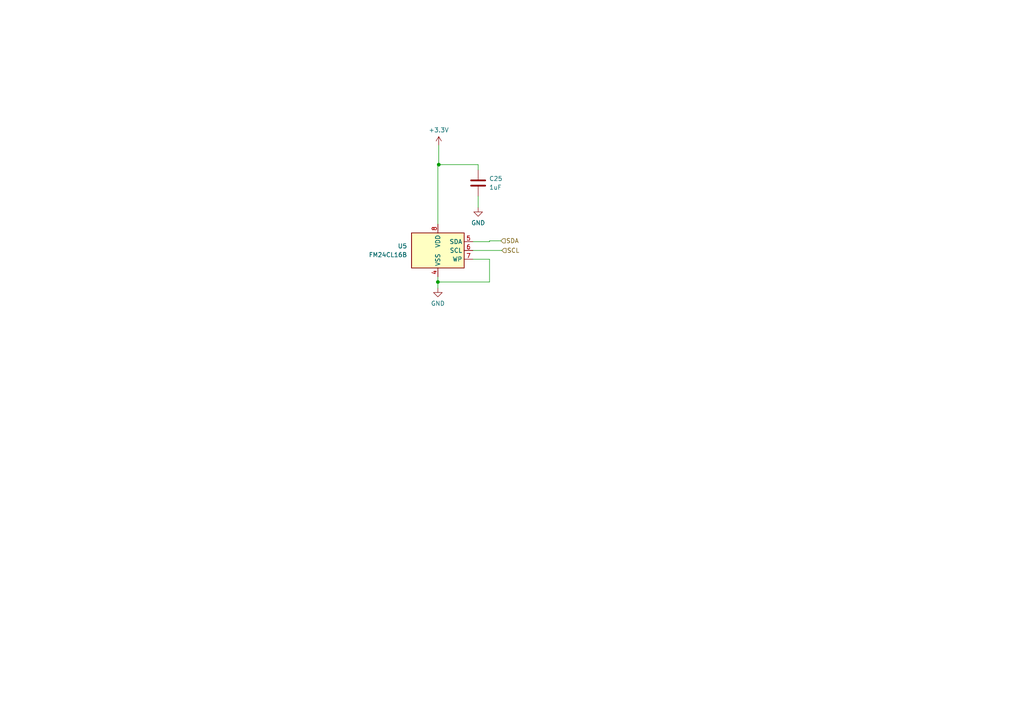
<source format=kicad_sch>
(kicad_sch (version 20230121) (generator eeschema)
  (paper "A4")
  (lib_symbols
    (symbol "Device:C" (pin_numbers hide) (pin_names (offset 0.254))
      (property "Reference" "C" (at 0.635 2.54 0))
      (property "Value" "C" (at 0.635 -2.54 0))
      (symbol "C_0_1"
        (polyline (pts (xy -2.032 -0.762) (xy 2.032 -0.762)) (stroke (width 0.508)))
        (polyline (pts (xy -2.032 0.762) (xy 2.032 0.762)) (stroke (width 0.508)))
      )
      (symbol "C_1_1"
        (pin passive line (at 0 3.81 270) (length 2.794) (name "~") (number "1"))
        (pin passive line (at 0 -3.81 90) (length 2.794) (name "~") (number "2"))
      )
    )
    (symbol "Memory_NVRAM:FM24CL16B"
      (property "Reference" "U" (at -5.08 8.89 0))
      (property "Value" "FM24CL16B" (at 6.35 -8.89 0))
      (symbol "FM24CL16B_0_1"
        (rectangle (start -7.62 5.08) (end 7.62 -5.08) (stroke (width 0.254)) (fill (type background)))
      )
      (symbol "FM24CL16B_1_1"
        (pin no_connect line (at -7.62 2.54 0) (length 2.54) hide (name "~") (number "1"))
        (pin no_connect line (at -7.62 -2.54 0) (length 2.54) hide (name "~") (number "2"))
        (pin no_connect line (at -7.62 0 0) (length 2.54) hide (name "~") (number "3"))
        (pin power_in line (at 0 -7.62 90) (length 2.54) (name "VSS") (number "4"))
        (pin bidirectional line (at 10.16 2.54 180) (length 2.54) (name "SDA") (number "5"))
        (pin input line (at 10.16 0 180) (length 2.54) (name "SCL") (number "6"))
        (pin input line (at 10.16 -2.54 180) (length 2.54) (name "WP") (number "7"))
        (pin power_in line (at 0 7.62 270) (length 2.54) (name "VDD") (number "8"))
      )
    )
    (symbol "power:+3.3V" (power) (pin_names (offset 0))
      (property "Value" "+3.3V" (at 0 3.556 0))
      (symbol "+3.3V_0_1"
        (polyline (pts (xy -0.762 1.27) (xy 0 2.54)))
        (polyline (pts (xy 0 0) (xy 0 2.54)))
        (polyline (pts (xy 0 2.54) (xy 0.762 1.27)))
      )
      (symbol "+3.3V_1_1"
        (pin power_in line (at 0 0 90) (length 0) hide (name "+3.3V") (number "1"))
      )
    )
    (symbol "power:GND" (power) (pin_names (offset 0))
      (property "Value" "GND" (at 0 -3.81 0))
      (symbol "GND_0_1"
        (polyline (pts (xy 0 0) (xy 0 -1.27) (xy 1.27 -1.27) (xy 0 -2.54) (xy -1.27 -1.27) (xy 0 -1.27)))
      )
      (symbol "GND_1_1"
        (pin power_in line (at 0 0 270) (length 0) hide (name "GND") (number "1"))
      )
    )
  )
  (junction (at 127 81.788))
  (junction (at 127.254 47.752))
  (wire (pts (xy 141.986 75.184) (xy 137.16 75.184)))
  (wire (pts (xy 127 47.752) (xy 127.254 47.752)))
  (wire (pts (xy 141.986 70.104) (xy 141.986 69.85)))
  (wire (pts (xy 141.986 69.85) (xy 145.288 69.85)))
  (wire (pts (xy 127.254 47.752) (xy 138.684 47.752)))
  (wire (pts (xy 127 80.264) (xy 127 81.788)))
  (wire (pts (xy 127 81.788) (xy 127 83.566)))
  (wire (pts (xy 138.684 56.896) (xy 138.684 60.198)))
  (wire (pts (xy 127.254 42.164) (xy 127.254 47.752)))
  (wire (pts (xy 137.16 70.104) (xy 141.986 70.104)))
  (wire (pts (xy 127 65.024) (xy 127 47.752)))
  (wire (pts (xy 141.986 81.788) (xy 141.986 75.184)))
  (wire (pts (xy 137.16 72.644) (xy 145.542 72.644)))
  (wire (pts (xy 138.684 47.752) (xy 138.684 49.276)))
  (wire (pts (xy 127 81.788) (xy 141.986 81.788)))
  (hierarchical_label "SDA" (shape input) (at 145.288 69.85 0))
  (hierarchical_label "SCL" (shape input) (at 145.542 72.644 0))
  (symbol (lib_id "power:GND") (at 138.684 60.198 0) (unit 1)
    (property "Reference" "#PWR0112" (effects hide))
    (property "Value" "GND" (at 138.684 64.643 0))
    (instances (project "PicoIrrigation" (path "" (reference "#PWR0112") (unit 1)) (path "" (reference "#PWR0126") (unit 1)) (path "" (reference "#PWR0142") (unit 1))))
  )
  (symbol (lib_id "Memory_NVRAM:FM24CL16B") (at 127 72.644 0) (unit 1)
    (property "Reference" "U5" (at 118.11 71.374 0) (effects (justify right)))
    (property "Value" "FM24CL16B" (at 118.11 73.914 0) (effects (justify right)))
    (property "Footprint" "Package_SO:SOIC-8_3.9x4.9mm_P1.27mm" (effects hide))
    (property "Datasheet" "https://www.infineon.com/dgdl/Infineon-FM24CL16B_16-Kbit_(2_K_8)_Serial_(I2C)_F-RAM-DataSheet-v13_00-EN.pdf?fileId=8ac78c8c7d0d8da4017d0ec99cb241e9" (effects hide))
  )
  (symbol (lib_id "Device:C") (at 138.684 53.086 0) (unit 1)
    (property "Reference" "C25" (at 141.859 51.816 0) (effects (justify left)))
    (property "Value" "1uF" (at 141.859 54.356 0) (effects (justify left)))
    (property "Footprint" "Capacitor_SMD:C_0805_2012Metric" (effects hide))
    (instances (project "PicoIrrigation" (path "" (reference "C25") (unit 1)) (path "" (reference "C26") (unit 1)) (path "" (reference "C31") (unit 1))))
  )
  (symbol (lib_id "power:+3.3V") (at 127.254 42.164 0) (unit 1)
    (property "Reference" "#PWR01" (effects hide))
    (property "Value" "+3.3V" (at 127.254 37.719 0))
    (instances (project "PicoIrrigation" (path "" (reference "#PWR01") (unit 1)) (path "" (reference "#PWR0141") (unit 1))))
  )
  (symbol (lib_id "power:GND") (at 127 83.566 0) (unit 1)
    (property "Reference" "#PWR0112" (effects hide))
    (property "Value" "GND" (at 127 88.011 0))
    (instances (project "PicoIrrigation" (path "" (reference "#PWR0112") (unit 1)) (path "" (reference "#PWR0126") (unit 1)) (path "" (reference "#PWR0143") (unit 1))))
  )
)
</source>
